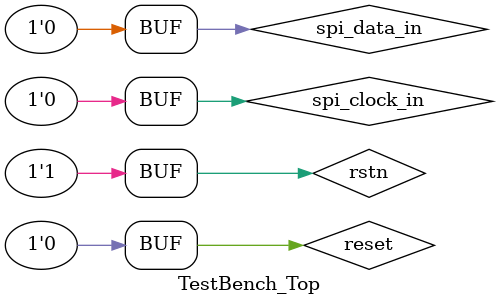
<source format=v>
`timescale 1ns / 1ns

module TestBench_Top;

	// DAC settings
	wire spi_clock_out;
	wire spi_data_out;
	wire spi_cs_out;

	// ADC settings
	reg spi_clock_in;
	reg spi_data_in;

	reg reset;
	wire rstn;       // from SW1 pushbutton
	assign rstn = ~reset;

	GSR GSR_INST (.GSR(1'b1));
	PUR PUR_INST (.PUR(1'b1));

	wire osc_clock;
	OSCH #(.NOM_FREQ("12.09")) rc_oscillator(.STDBY(1'b0), .OSC(osc_clock), .SEDSTDBY());

	top #(.SAMPLEINTERVAL(200)) dut(.dac_spi_cs(spi_cs_out), .dac_spi_data(spi_data_out), .dac_spi_clock(spi_clock_out), .adc_spi_data(spi_data_in), .adc_spi_clock(spi_clock_in), .rstn(rstn), .crystal_osc(osc_clock));

	reg [15:0] data_packet [2:0];
	integer i;

	task send_SPI;
		input [0:15] packet;

		begin
			for (i = 0; i < 16; i = i + 1) begin
				#375
				spi_clock_in <= 1'b0;
				spi_data_in <= packet[i];
				#375
				spi_clock_in <= 1'b1;
				$display("Showing %d value\n", i);

			end
			#375
			spi_clock_in = 1'b0;
			spi_data_in = 1'b0;
		end
	endtask

	task send_badSPI;
		input [0:15] packet;

		begin
			for (i = 0; i < 15; i = i + 1) begin
				#375
				spi_clock_in <= 1'b0;
				spi_data_in <= packet[i];
				#375
				spi_clock_in = 1'b1;
			end
			#375
			spi_clock_in = 1'b0;
			spi_data_in = 1'b0;
		end
	endtask

	initial begin
		data_packet[0] = {16'b10010110_10101010};
		data_packet[1] = {16'b01010101_00110011};	//0xaacc
		data_packet[2] = {16'b00010110_01010101};

		$monitor("Starting simulation display\n");

		reset = 1'b1;
		spi_clock_in = 1'b0;
		spi_data_in = 1'b0;
		#20
		reset = 1'b0;
//		#100


		//send_badSPI(data_packet[0]);
//		#10000
		//send_SPI(data_packet[1]);
//		#100000
		//send_SPI(data_packet[2]);
//		#100000

//		$finish;

	end

endmodule
</source>
